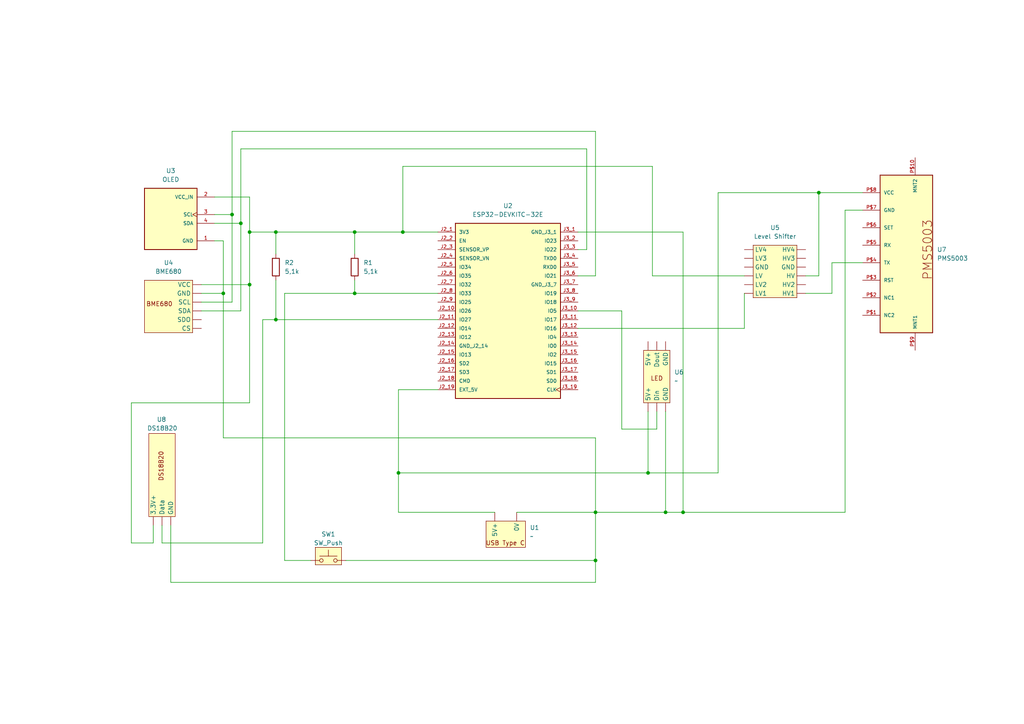
<source format=kicad_sch>
(kicad_sch (version 20250114) (generator "eeschema") (generator_version "9.0")
  (paper "A4")
  (lib_symbols
    (symbol "DM-OLED096-636:DM-OLED096-636" (pin_names (offset 1.016))
      (property "Reference" "U" (at -7.62 10.922 0))
      (property "Value" "DM-OLED096-636" (at -7.62 -10.16 0))
      (symbol "DM-OLED096-636_0_0"
        (rectangle (start -7.62 -7.62) (end 7.62 10.16) (stroke (width 0.254)) (fill (type background)))
        (pin power_in line (at 12.7 7.62 180) (length 5.08) (name "VCC_IN") (number "2"))
        (pin input clock (at 12.7 2.54 180) (length 5.08) (name "SCL") (number "3"))
        (pin bidirectional line (at 12.7 0 180) (length 5.08) (name "SDA") (number "4"))
        (pin power_in line (at 12.7 -5.08 180) (length 5.08) (name "GND") (number "1"))
      )
    )
    (symbol "Device:R" (pin_numbers (hide yes)) (pin_names (offset 0))
      (property "Reference" "R" (at 2.032 0 90))
      (property "Value" "R" (at 0 0 90))
      (symbol "R_0_1"
        (rectangle (start -1.016 -2.54) (end 1.016 2.54) (stroke (width 0.254)))
      )
      (symbol "R_1_1"
        (pin passive line (at 0 3.81 270) (length 1.27) (name "~") (number "1"))
        (pin passive line (at 0 -3.81 90) (length 1.27) (name "~") (number "2"))
      )
    )
    (symbol "ESP32-DEVKITC-32E:ESP32-DEVKITC-32E" (pin_names (offset 1.016))
      (property "Reference" "U" (at -15.24 26.162 0))
      (property "Value" "ESP32-DEVKITC-32E" (at -15.24 -27.94 0))
      (symbol "ESP32-DEVKITC-32E_0_0"
        (rectangle (start -15.24 -25.4) (end 15.24 25.4) (stroke (width 0.254)) (fill (type background)))
        (pin power_in line (at -20.32 22.86 0) (length 5.08) (name "3V3") (number "J2_1"))
        (pin input line (at -20.32 20.32 0) (length 5.08) (name "EN") (number "J2_2"))
        (pin bidirectional line (at -20.32 17.78 0) (length 5.08) (name "SENSOR_VP") (number "J2_3"))
        (pin bidirectional line (at -20.32 15.24 0) (length 5.08) (name "SENSOR_VN") (number "J2_4"))
        (pin bidirectional line (at -20.32 12.7 0) (length 5.08) (name "IO34") (number "J2_5"))
        (pin bidirectional line (at -20.32 10.16 0) (length 5.08) (name "IO35") (number "J2_6"))
        (pin bidirectional line (at -20.32 7.62 0) (length 5.08) (name "IO32") (number "J2_7"))
        (pin bidirectional line (at -20.32 5.08 0) (length 5.08) (name "IO33") (number "J2_8"))
        (pin bidirectional line (at -20.32 2.54 0) (length 5.08) (name "IO25") (number "J2_9"))
        (pin bidirectional line (at -20.32 0 0) (length 5.08) (name "IO26") (number "J2_10"))
        (pin bidirectional line (at -20.32 -2.54 0) (length 5.08) (name "IO27") (number "J2_11"))
        (pin bidirectional line (at -20.32 -5.08 0) (length 5.08) (name "IO14") (number "J2_12"))
        (pin bidirectional line (at -20.32 -7.62 0) (length 5.08) (name "IO12") (number "J2_13"))
        (pin power_in line (at -20.32 -10.16 0) (length 5.08) (name "GND_J2_14") (number "J2_14"))
        (pin bidirectional line (at -20.32 -12.7 0) (length 5.08) (name "IO13") (number "J2_15"))
        (pin bidirectional line (at -20.32 -15.24 0) (length 5.08) (name "SD2") (number "J2_16"))
        (pin bidirectional line (at -20.32 -17.78 0) (length 5.08) (name "SD3") (number "J2_17"))
        (pin bidirectional line (at -20.32 -20.32 0) (length 5.08) (name "CMD") (number "J2_18"))
        (pin power_in line (at -20.32 -22.86 0) (length 5.08) (name "EXT_5V") (number "J2_19"))
        (pin power_in line (at 20.32 22.86 180) (length 5.08) (name "GND_J3_1") (number "J3_1"))
        (pin bidirectional line (at 20.32 20.32 180) (length 5.08) (name "IO23") (number "J3_2"))
        (pin bidirectional line (at 20.32 17.78 180) (length 5.08) (name "IO22") (number "J3_3"))
        (pin bidirectional line (at 20.32 15.24 180) (length 5.08) (name "TXD0") (number "J3_4"))
        (pin bidirectional line (at 20.32 12.7 180) (length 5.08) (name "RXD0") (number "J3_5"))
        (pin bidirectional line (at 20.32 10.16 180) (length 5.08) (name "IO21") (number "J3_6"))
        (pin power_in line (at 20.32 7.62 180) (length 5.08) (name "GND_J3_7") (number "J3_7"))
        (pin bidirectional line (at 20.32 5.08 180) (length 5.08) (name "IO19") (number "J3_8"))
        (pin bidirectional line (at 20.32 2.54 180) (length 5.08) (name "IO18") (number "J3_9"))
        (pin bidirectional line (at 20.32 0 180) (length 5.08) (name "IO5") (number "J3_10"))
        (pin bidirectional line (at 20.32 -2.54 180) (length 5.08) (name "IO17") (number "J3_11"))
        (pin bidirectional line (at 20.32 -5.08 180) (length 5.08) (name "IO16") (number "J3_12"))
        (pin bidirectional line (at 20.32 -7.62 180) (length 5.08) (name "IO4") (number "J3_13"))
        (pin bidirectional line (at 20.32 -10.16 180) (length 5.08) (name "IO0") (number "J3_14"))
        (pin bidirectional line (at 20.32 -12.7 180) (length 5.08) (name "IO2") (number "J3_15"))
        (pin bidirectional line (at 20.32 -15.24 180) (length 5.08) (name "IO15") (number "J3_16"))
        (pin bidirectional line (at 20.32 -17.78 180) (length 5.08) (name "SD1") (number "J3_17"))
        (pin bidirectional line (at 20.32 -20.32 180) (length 5.08) (name "SD0") (number "J3_18"))
        (pin bidirectional clock (at 20.32 -22.86 180) (length 5.08) (name "CLK") (number "J3_19"))
      )
    )
    (symbol "PMS5003:PMS5003" (pin_names (offset 1.016))
      (property "Reference" "U" (at 15.24 -22.86 90))
      (property "Value" "PMS5003" (at 15.24 10.16 90))
      (symbol "PMS5003_0_0"
        (rectangle (start -2.54 -25.4) (end 12.7 20.32) (stroke (width 0.254)) (fill (type background)))
        (text "PMS5003" (at 12.7 -10.16 900) (effects (font (size 2.54 2.54)) (justify left bottom)))
        (pin bidirectional line (at -7.62 15.24 0) (length 5.08) (name "VCC") (number "P$8"))
        (pin bidirectional line (at -7.62 10.16 0) (length 5.08) (name "GND") (number "P$7"))
        (pin bidirectional line (at -7.62 5.08 0) (length 5.08) (name "SET") (number "P$6"))
        (pin bidirectional line (at -7.62 0 0) (length 5.08) (name "RX") (number "P$5"))
        (pin bidirectional line (at -7.62 -5.08 0) (length 5.08) (name "TX") (number "P$4"))
        (pin bidirectional line (at -7.62 -10.16 0) (length 5.08) (name "RST") (number "P$3"))
        (pin bidirectional line (at -7.62 -15.24 0) (length 5.08) (name "NC1") (number "P$2"))
        (pin bidirectional line (at -7.62 -20.32 0) (length 5.08) (name "NC2") (number "P$1"))
        (pin bidirectional line (at 7.62 25.4 270) (length 5.08) (name "MNT2") (number "P$10"))
        (pin bidirectional line (at 7.62 -30.48 90) (length 5.08) (name "MNT1") (number "P$9"))
      )
    )
    (symbol "Switch:SW_Push" (pin_numbers (hide yes)) (pin_names (offset 1.016) (hide yes))
      (property "Reference" "SW1" (at 0 7.62 0))
      (property "Value" "SW_Push" (at 0 5.08 0))
      (symbol "SW_Push_0_1"
        (circle (center -2.032 0) (radius 0.508))
        (polyline (pts (xy 0 1.27) (xy 0 3.048)))
        (circle (center 2.032 0) (radius 0.508))
        (polyline (pts (xy 2.54 1.27) (xy -2.54 1.27)))
        (pin passive line (at -5.08 0 0) (length 2.54) (name "1") (number "1"))
        (pin passive line (at 5.08 0 180) (length 2.54) (name "2") (number "2"))
      )
      (symbol "SW_Push_1_1"
        (rectangle (start -3.81 3.81) (end 3.81 -1.27) (fill (type background)))
      )
    )
    (symbol "_Custom:3er_LED"
      (property "Reference" "U" (at 0 0 0))
      (symbol "3er_LED_1_1"
        (rectangle (start 7.62 25.4) (end 15.24 10.16) (fill (type background)))
        (text "LED" (at 11.43 17.272 0) (effects (font (size 1.27 1.27))))
        (pin output line (at 8.89 27.94 270) (length 2.54) (name "5V+") (number ""))
        (pin input line (at 8.89 7.62 90) (length 2.54) (name "5V+") (number ""))
        (pin output line (at 11.43 27.94 270) (length 2.54) (name "Dout") (number ""))
        (pin input line (at 11.43 7.62 90) (length 2.54) (name "Din") (number ""))
        (pin output line (at 13.97 27.94 270) (length 2.54) (name "GND") (number ""))
        (pin input line (at 13.97 7.62 90) (length 2.54) (name "GND") (number ""))
      )
    )
    (symbol "_Custom:BME680"
      (property "Reference" "U4" (at 14.605 25.4 0))
      (property "Value" "~" (at 14.605 22.86 0))
      (symbol "BME680_1_1"
        (rectangle (start 7.62 20.32) (end 21.59 5.08) (fill (type background)))
        (text "BME680" (at 11.938 13.462 0) (effects (font (size 1.27 1.27))))
        (pin power_in line (at 24.13 19.05 180) (length 2.54) (name "VCC") (number ""))
        (pin power_in line (at 24.13 16.51 180) (length 2.54) (name "GND") (number ""))
        (pin output line (at 24.13 13.97 180) (length 2.54) (name "SCL") (number ""))
        (pin output line (at 24.13 11.43 180) (length 2.54) (name "SDA") (number ""))
        (pin output line (at 24.13 8.89 180) (length 2.54) (name "SDO") (number ""))
        (pin output line (at 24.13 6.35 180) (length 2.54) (name "CS") (number ""))
      )
    )
    (symbol "_Custom:DS18B20"
      (property "Reference" "U" (at 0 0 0))
      (symbol "DS18B20_1_1"
        (rectangle (start 0 24.13) (end 7.62 0) (fill (type background)))
        (text "DS18B20" (at 3.556 14.732 900) (effects (font (size 1.27 1.27))))
        (pin input line (at 1.27 -2.54 90) (length 2.54) (name "3,3V+") (number ""))
        (pin output line (at 3.81 -2.54 90) (length 2.54) (name "Data") (number ""))
        (pin input line (at 6.35 -2.54 90) (length 2.54) (name "GND") (number ""))
      )
    )
    (symbol "_Custom:Level_Shifter"
      (property "Reference" "U5" (at 29.21 39.37 0))
      (property "Value" "Level Shifter" (at 29.21 36.83 0))
      (symbol "Level_Shifter_1_1"
        (rectangle (start 35.56 34.29) (end 22.86 19.05) (fill (type background)))
        (pin bidirectional line (at 20.32 33.02 0) (length 2.54) (name "LV4") (number ""))
        (pin bidirectional line (at 20.32 30.48 0) (length 2.54) (name "LV3") (number ""))
        (pin bidirectional line (at 20.32 27.94 0) (length 2.54) (name "GND") (number ""))
        (pin bidirectional line (at 20.32 25.4 0) (length 2.54) (name "LV") (number ""))
        (pin bidirectional line (at 20.32 22.86 0) (length 2.54) (name "LV2") (number ""))
        (pin bidirectional line (at 20.32 20.32 0) (length 2.54) (name "LV1") (number ""))
        (pin bidirectional line (at 38.1 33.02 180) (length 2.54) (name "HV4") (number ""))
        (pin bidirectional line (at 38.1 30.48 180) (length 2.54) (name "HV3") (number ""))
        (pin bidirectional line (at 38.1 27.94 180) (length 2.54) (name "GND") (number ""))
        (pin bidirectional line (at 38.1 25.4 180) (length 2.54) (name "HV") (number ""))
        (pin bidirectional line (at 38.1 22.86 180) (length 2.54) (name "HV2") (number ""))
        (pin bidirectional line (at 38.1 20.32 180) (length 2.54) (name "HV1") (number ""))
      )
    )
    (symbol "_Custom:TypC_Buchse"
      (property "Reference" "U1" (at 12.7 5.7151 0))
      (property "Value" "~" (at 12.7 3.1751 0))
      (symbol "TypC_Buchse_1_1"
        (rectangle (start 0 7.62) (end 11.43 0) (fill (type background)))
        (text "USB Type C" (at 5.588 1.27 0) (effects (font (size 1.27 1.27))))
        (pin output line (at 2.54 10.16 270) (length 2.54) (name "5V+") (number ""))
        (pin output line (at 8.89 10.16 270) (length 2.54) (name "0V") (number ""))
      )
    )
  )
  (junction (at 80.01 67.31))
  (junction (at 198.12 148.59))
  (junction (at 72.39 82.55))
  (junction (at 69.85 64.77))
  (junction (at 193.04 148.59))
  (junction (at 237.49 55.88))
  (junction (at 116.84 67.31))
  (junction (at 102.87 85.09))
  (junction (at 64.77 85.09))
  (junction (at 187.96 137.16))
  (junction (at 80.01 92.71))
  (junction (at 102.87 67.31))
  (junction (at 115.57 137.16))
  (junction (at 172.72 148.59))
  (junction (at 67.31 62.23))
  (junction (at 172.72 162.56))
  (junction (at 72.39 67.31))
  (wire (pts (xy 250.19 60.96) (xy 245.11 60.96)))
  (wire (pts (xy 233.68 80.01) (xy 237.49 80.01)))
  (wire (pts (xy 46.99 152.4) (xy 46.99 157.48)))
  (wire (pts (xy 250.19 76.2) (xy 241.3 76.2)))
  (wire (pts (xy 115.57 137.16) (xy 115.57 113.03)))
  (wire (pts (xy 64.77 127) (xy 172.72 127)))
  (wire (pts (xy 180.34 90.17) (xy 167.64 90.17)))
  (wire (pts (xy 172.72 162.56) (xy 172.72 168.91)))
  (wire (pts (xy 80.01 92.71) (xy 127 92.71)))
  (wire (pts (xy 189.23 48.26) (xy 116.84 48.26)))
  (wire (pts (xy 172.72 148.59) (xy 172.72 162.56)))
  (wire (pts (xy 67.31 87.63) (xy 58.42 87.63)))
  (wire (pts (xy 116.84 48.26) (xy 116.84 67.31)))
  (wire (pts (xy 38.1 116.84) (xy 72.39 116.84)))
  (wire (pts (xy 116.84 67.31) (xy 127 67.31)))
  (wire (pts (xy 80.01 81.28) (xy 80.01 92.71)))
  (wire (pts (xy 170.18 43.18) (xy 170.18 72.39)))
  (wire (pts (xy 149.86 148.59) (xy 172.72 148.59)))
  (wire (pts (xy 143.51 148.59) (xy 115.57 148.59)))
  (wire (pts (xy 198.12 148.59) (xy 198.12 67.31)))
  (wire (pts (xy 193.04 119.38) (xy 193.04 148.59)))
  (wire (pts (xy 167.64 95.25) (xy 215.9 95.25)))
  (wire (pts (xy 69.85 90.17) (xy 58.42 90.17)))
  (wire (pts (xy 44.45 152.4) (xy 44.45 157.48)))
  (wire (pts (xy 167.64 80.01) (xy 172.72 80.01)))
  (wire (pts (xy 102.87 81.28) (xy 102.87 85.09)))
  (wire (pts (xy 72.39 116.84) (xy 72.39 82.55)))
  (wire (pts (xy 237.49 55.88) (xy 250.19 55.88)))
  (wire (pts (xy 172.72 148.59) (xy 193.04 148.59)))
  (wire (pts (xy 72.39 82.55) (xy 72.39 67.31)))
  (wire (pts (xy 245.11 148.59) (xy 198.12 148.59)))
  (wire (pts (xy 82.55 162.56) (xy 82.55 85.09)))
  (wire (pts (xy 49.53 152.4) (xy 49.53 168.91)))
  (wire (pts (xy 172.72 127) (xy 172.72 148.59)))
  (wire (pts (xy 180.34 124.46) (xy 190.5 124.46)))
  (wire (pts (xy 180.34 124.46) (xy 180.34 90.17)))
  (wire (pts (xy 62.23 64.77) (xy 69.85 64.77)))
  (wire (pts (xy 67.31 62.23) (xy 67.31 87.63)))
  (wire (pts (xy 172.72 80.01) (xy 172.72 38.1)))
  (wire (pts (xy 72.39 67.31) (xy 80.01 67.31)))
  (wire (pts (xy 187.96 119.38) (xy 187.96 137.16)))
  (wire (pts (xy 62.23 62.23) (xy 67.31 62.23)))
  (wire (pts (xy 72.39 67.31) (xy 72.39 57.15)))
  (wire (pts (xy 76.2 92.71) (xy 80.01 92.71)))
  (wire (pts (xy 189.23 80.01) (xy 189.23 48.26)))
  (wire (pts (xy 208.28 137.16) (xy 187.96 137.16)))
  (wire (pts (xy 69.85 64.77) (xy 69.85 43.18)))
  (wire (pts (xy 198.12 67.31) (xy 167.64 67.31)))
  (wire (pts (xy 215.9 95.25) (xy 215.9 85.09)))
  (wire (pts (xy 241.3 76.2) (xy 241.3 85.09)))
  (wire (pts (xy 102.87 67.31) (xy 116.84 67.31)))
  (wire (pts (xy 237.49 80.01) (xy 237.49 55.88)))
  (wire (pts (xy 80.01 67.31) (xy 102.87 67.31)))
  (wire (pts (xy 49.53 168.91) (xy 172.72 168.91)))
  (wire (pts (xy 69.85 43.18) (xy 170.18 43.18)))
  (wire (pts (xy 64.77 85.09) (xy 58.42 85.09)))
  (wire (pts (xy 187.96 137.16) (xy 115.57 137.16)))
  (wire (pts (xy 241.3 85.09) (xy 233.68 85.09)))
  (wire (pts (xy 80.01 67.31) (xy 80.01 73.66)))
  (wire (pts (xy 102.87 67.31) (xy 102.87 73.66)))
  (wire (pts (xy 215.9 80.01) (xy 189.23 80.01)))
  (wire (pts (xy 64.77 69.85) (xy 64.77 85.09)))
  (wire (pts (xy 46.99 157.48) (xy 76.2 157.48)))
  (wire (pts (xy 237.49 55.88) (xy 208.28 55.88)))
  (wire (pts (xy 76.2 157.48) (xy 76.2 92.71)))
  (wire (pts (xy 100.33 162.56) (xy 172.72 162.56)))
  (wire (pts (xy 245.11 60.96) (xy 245.11 148.59)))
  (wire (pts (xy 190.5 124.46) (xy 190.5 119.38)))
  (wire (pts (xy 102.87 85.09) (xy 127 85.09)))
  (wire (pts (xy 193.04 148.59) (xy 198.12 148.59)))
  (wire (pts (xy 67.31 38.1) (xy 67.31 62.23)))
  (wire (pts (xy 170.18 72.39) (xy 167.64 72.39)))
  (wire (pts (xy 115.57 113.03) (xy 127 113.03)))
  (wire (pts (xy 62.23 69.85) (xy 64.77 69.85)))
  (wire (pts (xy 172.72 38.1) (xy 67.31 38.1)))
  (wire (pts (xy 58.42 82.55) (xy 72.39 82.55)))
  (wire (pts (xy 72.39 57.15) (xy 62.23 57.15)))
  (wire (pts (xy 44.45 157.48) (xy 38.1 157.48)))
  (wire (pts (xy 38.1 157.48) (xy 38.1 116.84)))
  (wire (pts (xy 82.55 162.56) (xy 90.17 162.56)))
  (wire (pts (xy 69.85 64.77) (xy 69.85 90.17)))
  (wire (pts (xy 64.77 85.09) (xy 64.77 127)))
  (wire (pts (xy 115.57 148.59) (xy 115.57 137.16)))
  (wire (pts (xy 208.28 55.88) (xy 208.28 137.16)))
  (wire (pts (xy 82.55 85.09) (xy 102.87 85.09)))
  (symbol (lib_id "_Custom:Level_Shifter") (at 195.58 105.41 0) (unit 1)
    (property "Reference" "U5" (at 224.79 66.04 0))
    (property "Value" "Level Shifter" (at 224.79 68.58 0))
  )
  (symbol (lib_id "_Custom:TypC_Buchse") (at 140.97 158.75 0) (unit 1)
    (property "Reference" "U1" (at 153.67 153.0349 0) (effects (justify left)))
    (property "Value" "~" (at 153.67 155.5749 0) (effects (justify left)))
  )
  (symbol (lib_id "_Custom:BME680") (at 34.29 101.6 0) (unit 1)
    (property "Reference" "U4" (at 48.895 76.2 0))
    (property "Value" "BME680" (at 48.895 78.74 0))
  )
  (symbol (lib_id "DM-OLED096-636:DM-OLED096-636") (at 49.53 64.77 0) (unit 1)
    (property "Reference" "U3" (at 49.53 49.53 0))
    (property "Value" "OLED" (at 49.53 52.07 0))
    (property "Footprint" "DM-OLED096-636:MODULE_DM-OLED096-636" (effects (hide yes)))
    (property "MF" "Display Module" (effects (hide yes)))
    (property "MAXIMUM_PACKAGE_HEIGHT" "11.3 mm" (effects (hide yes)))
    (property "Package" "Package" (effects (hide yes)))
    (property "Price" "None" (effects (hide yes)))
    (property "Check_prices" "https://www.snapeda.com/parts/DM-OLED096-636/Display+Module/view-part/?ref=eda" (effects (hide yes)))
    (property "STANDARD" "Manufacturer Recommendations" (effects (hide yes)))
    (property "PARTREV" "2018-09-10" (effects (hide yes)))
    (property "SnapEDA_Link" "https://www.snapeda.com/parts/DM-OLED096-636/Display+Module/view-part/?ref=snap" (effects (hide yes)))
    (property "MP" "DM-OLED096-636" (effects (hide yes)))
    (property "Description_1" "0.96” 128 X 64 MONOCHROME GRAPHIC OLED DISPLAY MODULE - I2C" (effects (hide yes)))
    (property "Availability" "Not in stock" (effects (hide yes)))
    (property "MANUFACTURER" "Displaymodule" (effects (hide yes)))
  )
  (symbol (lib_id "_Custom:3er_LED") (at 179.07 127 0) (unit 1)
    (property "Reference" "U6" (at 195.58 107.9499 0) (effects (justify left)))
    (property "Value" "~" (at 195.58 110.4899 0) (effects (justify left)))
  )
  (symbol (lib_id "PMS5003:PMS5003") (at 257.81 71.12 0) (unit 1)
    (property "Reference" "U7" (at 271.78 72.3899 0) (effects (justify left)))
    (property "Value" "PMS5003" (at 271.78 74.9299 0) (effects (justify left)))
    (property "Footprint" "PMS5003:PMS5003" (effects (hide yes)))
    (property "MF" "Plantower" (effects (hide yes)))
    (property "Description_1" "Digital universal particle concentration sensor" (effects (hide yes)))
    (property "Package" "Package" (effects (hide yes)))
    (property "Price" "None" (effects (hide yes)))
    (property "SnapEDA_Link" "https://www.snapeda.com/parts/PMS5003/Plantower/view-part/?ref=snap" (effects (hide yes)))
    (property "MP" "PMS5003" (effects (hide yes)))
    (property "Availability" "Not in stock" (effects (hide yes)))
    (property "Check_prices" "https://www.snapeda.com/parts/PMS5003/Plantower/view-part/?ref=eda" (effects (hide yes)))
  )
  (symbol (lib_id "Device:R") (at 80.01 77.47 0) (unit 1)
    (property "Reference" "R2" (at 82.55 76.1999 0) (effects (justify left)))
    (property "Value" "5,1k" (at 82.55 78.7399 0) (effects (justify left)))
    (property "Description" "Resistor" (effects (hide yes)))
  )
  (symbol (lib_id "_Custom:DS18B20") (at 43.18 149.86 0) (unit 1)
    (property "Reference" "U8" (at 45.466 121.666 0) (effects (justify left)))
    (property "Value" "DS18B20" (at 42.672 124.206 0) (effects (justify left)))
  )
  (symbol (lib_id "Switch:SW_Push") (at 95.25 162.56 0) (unit 1)
    (property "Reference" "SW1" (at 95.25 154.94 0))
    (property "Value" "SW_Push" (at 95.25 157.48 0))
    (property "Description" "Push button switch, generic, two pins" (effects (hide yes)))
  )
  (symbol (lib_id "ESP32-DEVKITC-32E:ESP32-DEVKITC-32E") (at 147.32 90.17 0) (unit 1)
    (property "Reference" "U2" (at 147.32 59.69 0))
    (property "Value" "ESP32-DEVKITC-32E" (at 147.32 62.23 0))
    (property "Footprint" "ESP32-DEVKITC-32E:MODULE_ESP32-DEVKITC-32E" (effects (hide yes)))
    (property "MF" "Espressif Systems" (effects (hide yes)))
    (property "Description_1" "The ESP32-DEVKITC-32E transceiver evaluation board from Espressif Systems is a powerful development tool for wireless communication technologies. It supports 802.11 b/g/n Wi-Fi and Bluetooth® Smart Ready 4.x (BLE) dual-mode at 2.4GHz, making it ideal for a variety of IoT applications. Equipped with a PCB antenna and 4MB flash, this board provides reliable connectivity and ample memory for developing and testing RF, RFID, and wireless solutions." (effects (hide yes)))
    (property "Package" "None" (effects (hide yes)))
    (property "Price" "None" (effects (hide yes)))
    (property "Check_prices" "https://www.snapeda.com/parts/ESP32-DEVKITC-32E/Espressif+Systems/view-part/?ref=eda" (effects (hide yes)))
    (property "STANDARD" "Manufacturer Recommendations" (effects (hide yes)))
    (property "PARTREV" "1.4" (effects (hide yes)))
    (property "SnapEDA_Link" "https://www.snapeda.com/parts/ESP32-DEVKITC-32E/Espressif+Systems/view-part/?ref=snap" (effects (hide yes)))
    (property "MP" "ESP32-DEVKITC-32E" (effects (hide yes)))
    (property "Availability" "In Stock" (effects (hide yes)))
    (property "MANUFACTURER" "Espressif Systems" (effects (hide yes)))
  )
  (symbol (lib_id "Device:R") (at 102.87 77.47 0) (unit 1)
    (property "Reference" "R1" (at 105.41 76.1999 0) (effects (justify left)))
    (property "Value" "5,1k" (at 105.41 78.7399 0) (effects (justify left)))
    (property "Description" "Resistor" (effects (hide yes)))
  )
  (sheet (at -22.86 152.4) (size 17.78 20.32) (stroke (width 0.1524))
    (property "Sheetname" "PlatineLayout" (at -22.86 151.6884 0) (effects (justify left bottom)))
    (property "Sheetfile" "untitled.kicad_sch" (at -22.86 173.3046 0) (effects (justify left top)))
  )
)
</source>
